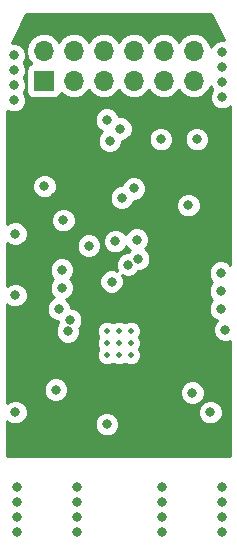
<source format=gbr>
G04 #@! TF.GenerationSoftware,KiCad,Pcbnew,5.0.1*
G04 #@! TF.CreationDate,2019-01-06T19:01:27+01:00*
G04 #@! TF.ProjectId,SX1257_pmod,5358313235375F706D6F642E6B696361,rev?*
G04 #@! TF.SameCoordinates,Original*
G04 #@! TF.FileFunction,Copper,L3,Inr,Signal*
G04 #@! TF.FilePolarity,Positive*
%FSLAX46Y46*%
G04 Gerber Fmt 4.6, Leading zero omitted, Abs format (unit mm)*
G04 Created by KiCad (PCBNEW 5.0.1) date Sun 06 Jan 2019 07:01:27 PM CET*
%MOMM*%
%LPD*%
G01*
G04 APERTURE LIST*
G04 #@! TA.AperFunction,ViaPad*
%ADD10R,1.700000X1.700000*%
G04 #@! TD*
G04 #@! TA.AperFunction,ViaPad*
%ADD11O,1.700000X1.700000*%
G04 #@! TD*
G04 #@! TA.AperFunction,ViaPad*
%ADD12C,0.500000*%
G04 #@! TD*
G04 #@! TA.AperFunction,ViaPad*
%ADD13C,0.800000*%
G04 #@! TD*
G04 #@! TA.AperFunction,Conductor*
%ADD14C,0.254000*%
G04 #@! TD*
G04 APERTURE END LIST*
D10*
G04 #@! TO.N,/PMOD_3V3*
G04 #@! TO.C,J1*
X118110000Y-29210000D03*
D11*
X118110000Y-26670000D03*
G04 #@! TO.N,GND*
X120650000Y-29210000D03*
X120650000Y-26670000D03*
G04 #@! TO.N,/CLK_OUT*
X123190000Y-29210000D03*
G04 #@! TO.N,/PMOD_8*
X123190000Y-26670000D03*
G04 #@! TO.N,/CLK_IN*
X125730000Y-29210000D03*
G04 #@! TO.N,/PMOD_7*
X125730000Y-26670000D03*
G04 #@! TO.N,/I2C_SDA*
X128270000Y-29210000D03*
G04 #@! TO.N,/PMOD_6*
X128270000Y-26670000D03*
G04 #@! TO.N,/I2C_CLK*
X130810000Y-29210000D03*
G04 #@! TO.N,/PMOD_5*
X130810000Y-26670000D03*
G04 #@! TD*
D12*
G04 #@! TO.N,GND*
G04 #@! TO.C,U1*
X125460000Y-52435000D03*
X124460000Y-52435000D03*
X123460000Y-52435000D03*
X125460000Y-51435000D03*
X124460000Y-51435000D03*
X123460000Y-51435000D03*
X125460000Y-50435000D03*
X124460000Y-50435000D03*
X123460000Y-50435000D03*
G04 #@! TD*
D13*
G04 #@! TO.N,GND*
X119761000Y-41021000D03*
X130344547Y-39749810D03*
X115697000Y-47371000D03*
X115697000Y-42164000D03*
X133223000Y-28067000D03*
X133223000Y-29337000D03*
X133223000Y-30607000D03*
X133223000Y-26797000D03*
X115570000Y-27051000D03*
X115570000Y-29591000D03*
X115570000Y-28321000D03*
X115570000Y-30861000D03*
X133477000Y-50292000D03*
X130683000Y-55626000D03*
X123444000Y-58293000D03*
X132207000Y-57277000D03*
X115697000Y-57277000D03*
X133159500Y-67437000D03*
X133159500Y-66167000D03*
X133159500Y-63627000D03*
X133159500Y-64897000D03*
X128079500Y-67437000D03*
X128079500Y-66167000D03*
X128079500Y-64897000D03*
X128079500Y-63627000D03*
X115824000Y-66167000D03*
X115824000Y-63627000D03*
X115824000Y-67437000D03*
X115824000Y-64897000D03*
X119634000Y-46736000D03*
X119126000Y-55372000D03*
X119634000Y-45212000D03*
X133096000Y-48514000D03*
X133096000Y-46990000D03*
X133096000Y-45466000D03*
X124587000Y-33274000D03*
X128016000Y-34163010D03*
X131064000Y-34163000D03*
X120904000Y-66167000D03*
X120904000Y-63627000D03*
X120904000Y-67437000D03*
X120904000Y-64897000D03*
G04 #@! TO.N,/CLK_OUT*
X123698000Y-34289970D03*
X125984000Y-42672000D03*
G04 #@! TO.N,/CLK_IN*
X123444000Y-32512000D03*
X124167978Y-42797268D03*
G04 #@! TO.N,/PMOD_6*
X126106119Y-44280378D03*
G04 #@! TO.N,/PMOD_5*
X125236932Y-44781325D03*
G04 #@! TO.N,/PMOD_7*
X123845972Y-46217219D03*
G04 #@! TO.N,/PMOD_8*
X121920016Y-43180000D03*
G04 #@! TO.N,+3V3*
X133350000Y-39116000D03*
X116967000Y-33274000D03*
X118110000Y-34417000D03*
X119634000Y-34417000D03*
X121158000Y-34417000D03*
X128270000Y-53086000D03*
X121666000Y-54102000D03*
X122428000Y-47751982D03*
X129794000Y-45466000D03*
X129794000Y-46990000D03*
X124587000Y-31750000D03*
X131064000Y-30988000D03*
X128016000Y-30988000D03*
X119062500Y-39052500D03*
G04 #@! TO.N,/SPI_MOSI*
X120137848Y-50439070D03*
X125730000Y-38340190D03*
G04 #@! TO.N,/SPI_MISO*
X120342124Y-49456876D03*
X124714000Y-39116000D03*
G04 #@! TO.N,/SPI_SCK*
X119380000Y-48514000D03*
X118165744Y-38149514D03*
G04 #@! TD*
D14*
G04 #@! TO.N,+3V3*
G36*
X133372196Y-25762000D02*
X133017126Y-25762000D01*
X132636720Y-25919569D01*
X132345569Y-26210720D01*
X132269342Y-26394750D01*
X132208839Y-26090582D01*
X131880625Y-25599375D01*
X131389418Y-25271161D01*
X130956256Y-25185000D01*
X130663744Y-25185000D01*
X130230582Y-25271161D01*
X129739375Y-25599375D01*
X129540000Y-25897761D01*
X129340625Y-25599375D01*
X128849418Y-25271161D01*
X128416256Y-25185000D01*
X128123744Y-25185000D01*
X127690582Y-25271161D01*
X127199375Y-25599375D01*
X127000000Y-25897761D01*
X126800625Y-25599375D01*
X126309418Y-25271161D01*
X125876256Y-25185000D01*
X125583744Y-25185000D01*
X125150582Y-25271161D01*
X124659375Y-25599375D01*
X124460000Y-25897761D01*
X124260625Y-25599375D01*
X123769418Y-25271161D01*
X123336256Y-25185000D01*
X123043744Y-25185000D01*
X122610582Y-25271161D01*
X122119375Y-25599375D01*
X121920000Y-25897761D01*
X121720625Y-25599375D01*
X121229418Y-25271161D01*
X120796256Y-25185000D01*
X120503744Y-25185000D01*
X120070582Y-25271161D01*
X119579375Y-25599375D01*
X119380000Y-25897761D01*
X119180625Y-25599375D01*
X118689418Y-25271161D01*
X118256256Y-25185000D01*
X117963744Y-25185000D01*
X117530582Y-25271161D01*
X117039375Y-25599375D01*
X116711161Y-26090582D01*
X116595908Y-26670000D01*
X116711161Y-27249418D01*
X117039375Y-27740625D01*
X117057619Y-27752816D01*
X117012235Y-27761843D01*
X116802191Y-27902191D01*
X116661843Y-28112235D01*
X116612560Y-28360000D01*
X116612560Y-30060000D01*
X116661843Y-30307765D01*
X116802191Y-30517809D01*
X117012235Y-30658157D01*
X117260000Y-30707440D01*
X118960000Y-30707440D01*
X119207765Y-30658157D01*
X119417809Y-30517809D01*
X119558157Y-30307765D01*
X119567184Y-30262381D01*
X119579375Y-30280625D01*
X120070582Y-30608839D01*
X120503744Y-30695000D01*
X120796256Y-30695000D01*
X121229418Y-30608839D01*
X121720625Y-30280625D01*
X121920000Y-29982239D01*
X122119375Y-30280625D01*
X122610582Y-30608839D01*
X123043744Y-30695000D01*
X123336256Y-30695000D01*
X123769418Y-30608839D01*
X124260625Y-30280625D01*
X124460000Y-29982239D01*
X124659375Y-30280625D01*
X125150582Y-30608839D01*
X125583744Y-30695000D01*
X125876256Y-30695000D01*
X126309418Y-30608839D01*
X126800625Y-30280625D01*
X127000000Y-29982239D01*
X127199375Y-30280625D01*
X127690582Y-30608839D01*
X128123744Y-30695000D01*
X128416256Y-30695000D01*
X128849418Y-30608839D01*
X129340625Y-30280625D01*
X129540000Y-29982239D01*
X129739375Y-30280625D01*
X130230582Y-30608839D01*
X130663744Y-30695000D01*
X130956256Y-30695000D01*
X131389418Y-30608839D01*
X131880625Y-30280625D01*
X132208839Y-29789418D01*
X132235209Y-29656847D01*
X132345569Y-29923280D01*
X132394289Y-29972000D01*
X132345569Y-30020720D01*
X132188000Y-30401126D01*
X132188000Y-30812874D01*
X132345569Y-31193280D01*
X132636720Y-31484431D01*
X133017126Y-31642000D01*
X133428874Y-31642000D01*
X133809280Y-31484431D01*
X133910001Y-31383710D01*
X133910001Y-44816290D01*
X133682280Y-44588569D01*
X133301874Y-44431000D01*
X132890126Y-44431000D01*
X132509720Y-44588569D01*
X132218569Y-44879720D01*
X132061000Y-45260126D01*
X132061000Y-45671874D01*
X132218569Y-46052280D01*
X132394289Y-46228000D01*
X132218569Y-46403720D01*
X132061000Y-46784126D01*
X132061000Y-47195874D01*
X132218569Y-47576280D01*
X132394289Y-47752000D01*
X132218569Y-47927720D01*
X132061000Y-48308126D01*
X132061000Y-48719874D01*
X132218569Y-49100280D01*
X132509720Y-49391431D01*
X132795489Y-49509800D01*
X132599569Y-49705720D01*
X132442000Y-50086126D01*
X132442000Y-50497874D01*
X132599569Y-50878280D01*
X132890720Y-51169431D01*
X133271126Y-51327000D01*
X133682874Y-51327000D01*
X133910000Y-51232921D01*
X133910000Y-60960000D01*
X115010000Y-60960000D01*
X115010000Y-58053711D01*
X115110720Y-58154431D01*
X115491126Y-58312000D01*
X115902874Y-58312000D01*
X116283280Y-58154431D01*
X116350585Y-58087126D01*
X122409000Y-58087126D01*
X122409000Y-58498874D01*
X122566569Y-58879280D01*
X122857720Y-59170431D01*
X123238126Y-59328000D01*
X123649874Y-59328000D01*
X124030280Y-59170431D01*
X124321431Y-58879280D01*
X124479000Y-58498874D01*
X124479000Y-58087126D01*
X124321431Y-57706720D01*
X124030280Y-57415569D01*
X123649874Y-57258000D01*
X123238126Y-57258000D01*
X122857720Y-57415569D01*
X122566569Y-57706720D01*
X122409000Y-58087126D01*
X116350585Y-58087126D01*
X116574431Y-57863280D01*
X116732000Y-57482874D01*
X116732000Y-57071126D01*
X131172000Y-57071126D01*
X131172000Y-57482874D01*
X131329569Y-57863280D01*
X131620720Y-58154431D01*
X132001126Y-58312000D01*
X132412874Y-58312000D01*
X132793280Y-58154431D01*
X133084431Y-57863280D01*
X133242000Y-57482874D01*
X133242000Y-57071126D01*
X133084431Y-56690720D01*
X132793280Y-56399569D01*
X132412874Y-56242000D01*
X132001126Y-56242000D01*
X131620720Y-56399569D01*
X131329569Y-56690720D01*
X131172000Y-57071126D01*
X116732000Y-57071126D01*
X116574431Y-56690720D01*
X116283280Y-56399569D01*
X115902874Y-56242000D01*
X115491126Y-56242000D01*
X115110720Y-56399569D01*
X115010000Y-56500289D01*
X115010000Y-55166126D01*
X118091000Y-55166126D01*
X118091000Y-55577874D01*
X118248569Y-55958280D01*
X118539720Y-56249431D01*
X118920126Y-56407000D01*
X119331874Y-56407000D01*
X119712280Y-56249431D01*
X120003431Y-55958280D01*
X120161000Y-55577874D01*
X120161000Y-55420126D01*
X129648000Y-55420126D01*
X129648000Y-55831874D01*
X129805569Y-56212280D01*
X130096720Y-56503431D01*
X130477126Y-56661000D01*
X130888874Y-56661000D01*
X131269280Y-56503431D01*
X131560431Y-56212280D01*
X131718000Y-55831874D01*
X131718000Y-55420126D01*
X131560431Y-55039720D01*
X131269280Y-54748569D01*
X130888874Y-54591000D01*
X130477126Y-54591000D01*
X130096720Y-54748569D01*
X129805569Y-55039720D01*
X129648000Y-55420126D01*
X120161000Y-55420126D01*
X120161000Y-55166126D01*
X120003431Y-54785720D01*
X119712280Y-54494569D01*
X119331874Y-54337000D01*
X118920126Y-54337000D01*
X118539720Y-54494569D01*
X118248569Y-54785720D01*
X118091000Y-55166126D01*
X115010000Y-55166126D01*
X115010000Y-48147711D01*
X115110720Y-48248431D01*
X115491126Y-48406000D01*
X115902874Y-48406000D01*
X116139163Y-48308126D01*
X118345000Y-48308126D01*
X118345000Y-48719874D01*
X118502569Y-49100280D01*
X118793720Y-49391431D01*
X119174126Y-49549000D01*
X119307124Y-49549000D01*
X119307124Y-49662750D01*
X119349105Y-49764102D01*
X119260417Y-49852790D01*
X119102848Y-50233196D01*
X119102848Y-50644944D01*
X119260417Y-51025350D01*
X119551568Y-51316501D01*
X119931974Y-51474070D01*
X120343722Y-51474070D01*
X120724128Y-51316501D01*
X121015279Y-51025350D01*
X121172848Y-50644944D01*
X121172848Y-50258963D01*
X122575000Y-50258963D01*
X122575000Y-50611037D01*
X122709190Y-50935000D01*
X122575000Y-51258963D01*
X122575000Y-51611037D01*
X122709190Y-51935000D01*
X122575000Y-52258963D01*
X122575000Y-52611037D01*
X122709733Y-52936312D01*
X122958688Y-53185267D01*
X123283963Y-53320000D01*
X123636037Y-53320000D01*
X123960000Y-53185810D01*
X124283963Y-53320000D01*
X124636037Y-53320000D01*
X124960000Y-53185810D01*
X125283963Y-53320000D01*
X125636037Y-53320000D01*
X125961312Y-53185267D01*
X126210267Y-52936312D01*
X126345000Y-52611037D01*
X126345000Y-52258963D01*
X126210810Y-51935000D01*
X126345000Y-51611037D01*
X126345000Y-51258963D01*
X126210810Y-50935000D01*
X126345000Y-50611037D01*
X126345000Y-50258963D01*
X126210267Y-49933688D01*
X125961312Y-49684733D01*
X125636037Y-49550000D01*
X125283963Y-49550000D01*
X124960000Y-49684190D01*
X124636037Y-49550000D01*
X124283963Y-49550000D01*
X123960000Y-49684190D01*
X123636037Y-49550000D01*
X123283963Y-49550000D01*
X122958688Y-49684733D01*
X122709733Y-49933688D01*
X122575000Y-50258963D01*
X121172848Y-50258963D01*
X121172848Y-50233196D01*
X121130867Y-50131844D01*
X121219555Y-50043156D01*
X121377124Y-49662750D01*
X121377124Y-49251002D01*
X121219555Y-48870596D01*
X120928404Y-48579445D01*
X120547998Y-48421876D01*
X120415000Y-48421876D01*
X120415000Y-48308126D01*
X120257431Y-47927720D01*
X120024314Y-47694603D01*
X120220280Y-47613431D01*
X120511431Y-47322280D01*
X120669000Y-46941874D01*
X120669000Y-46530126D01*
X120511431Y-46149720D01*
X120373056Y-46011345D01*
X122810972Y-46011345D01*
X122810972Y-46423093D01*
X122968541Y-46803499D01*
X123259692Y-47094650D01*
X123640098Y-47252219D01*
X124051846Y-47252219D01*
X124432252Y-47094650D01*
X124723403Y-46803499D01*
X124880972Y-46423093D01*
X124880972Y-46011345D01*
X124752379Y-45700892D01*
X125031058Y-45816325D01*
X125442806Y-45816325D01*
X125823212Y-45658756D01*
X126114363Y-45367605D01*
X126135996Y-45315378D01*
X126311993Y-45315378D01*
X126692399Y-45157809D01*
X126983550Y-44866658D01*
X127141119Y-44486252D01*
X127141119Y-44074504D01*
X126983550Y-43694098D01*
X126704582Y-43415130D01*
X126861431Y-43258280D01*
X127019000Y-42877874D01*
X127019000Y-42466126D01*
X126861431Y-42085720D01*
X126570280Y-41794569D01*
X126189874Y-41637000D01*
X125778126Y-41637000D01*
X125397720Y-41794569D01*
X125106569Y-42085720D01*
X125050045Y-42222181D01*
X125045409Y-42210988D01*
X124754258Y-41919837D01*
X124373852Y-41762268D01*
X123962104Y-41762268D01*
X123581698Y-41919837D01*
X123290547Y-42210988D01*
X123132978Y-42591394D01*
X123132978Y-43003142D01*
X123290547Y-43383548D01*
X123581698Y-43674699D01*
X123962104Y-43832268D01*
X124373852Y-43832268D01*
X124754258Y-43674699D01*
X125045409Y-43383548D01*
X125101933Y-43247087D01*
X125106569Y-43258280D01*
X125385538Y-43537249D01*
X125228688Y-43694098D01*
X125207055Y-43746325D01*
X125031058Y-43746325D01*
X124650652Y-43903894D01*
X124359501Y-44195045D01*
X124201932Y-44575451D01*
X124201932Y-44987199D01*
X124330525Y-45297652D01*
X124051846Y-45182219D01*
X123640098Y-45182219D01*
X123259692Y-45339788D01*
X122968541Y-45630939D01*
X122810972Y-46011345D01*
X120373056Y-46011345D01*
X120335711Y-45974000D01*
X120511431Y-45798280D01*
X120669000Y-45417874D01*
X120669000Y-45006126D01*
X120511431Y-44625720D01*
X120220280Y-44334569D01*
X119839874Y-44177000D01*
X119428126Y-44177000D01*
X119047720Y-44334569D01*
X118756569Y-44625720D01*
X118599000Y-45006126D01*
X118599000Y-45417874D01*
X118756569Y-45798280D01*
X118932289Y-45974000D01*
X118756569Y-46149720D01*
X118599000Y-46530126D01*
X118599000Y-46941874D01*
X118756569Y-47322280D01*
X118989686Y-47555397D01*
X118793720Y-47636569D01*
X118502569Y-47927720D01*
X118345000Y-48308126D01*
X116139163Y-48308126D01*
X116283280Y-48248431D01*
X116574431Y-47957280D01*
X116732000Y-47576874D01*
X116732000Y-47165126D01*
X116574431Y-46784720D01*
X116283280Y-46493569D01*
X115902874Y-46336000D01*
X115491126Y-46336000D01*
X115110720Y-46493569D01*
X115010000Y-46594289D01*
X115010000Y-42940711D01*
X115110720Y-43041431D01*
X115491126Y-43199000D01*
X115902874Y-43199000D01*
X116283280Y-43041431D01*
X116350585Y-42974126D01*
X120885016Y-42974126D01*
X120885016Y-43385874D01*
X121042585Y-43766280D01*
X121333736Y-44057431D01*
X121714142Y-44215000D01*
X122125890Y-44215000D01*
X122506296Y-44057431D01*
X122797447Y-43766280D01*
X122955016Y-43385874D01*
X122955016Y-42974126D01*
X122797447Y-42593720D01*
X122506296Y-42302569D01*
X122125890Y-42145000D01*
X121714142Y-42145000D01*
X121333736Y-42302569D01*
X121042585Y-42593720D01*
X120885016Y-42974126D01*
X116350585Y-42974126D01*
X116574431Y-42750280D01*
X116732000Y-42369874D01*
X116732000Y-41958126D01*
X116574431Y-41577720D01*
X116283280Y-41286569D01*
X115902874Y-41129000D01*
X115491126Y-41129000D01*
X115110720Y-41286569D01*
X115010000Y-41387289D01*
X115010000Y-40815126D01*
X118726000Y-40815126D01*
X118726000Y-41226874D01*
X118883569Y-41607280D01*
X119174720Y-41898431D01*
X119555126Y-42056000D01*
X119966874Y-42056000D01*
X120347280Y-41898431D01*
X120638431Y-41607280D01*
X120796000Y-41226874D01*
X120796000Y-40815126D01*
X120638431Y-40434720D01*
X120347280Y-40143569D01*
X119966874Y-39986000D01*
X119555126Y-39986000D01*
X119174720Y-40143569D01*
X118883569Y-40434720D01*
X118726000Y-40815126D01*
X115010000Y-40815126D01*
X115010000Y-37943640D01*
X117130744Y-37943640D01*
X117130744Y-38355388D01*
X117288313Y-38735794D01*
X117579464Y-39026945D01*
X117959870Y-39184514D01*
X118371618Y-39184514D01*
X118752024Y-39026945D01*
X118868843Y-38910126D01*
X123679000Y-38910126D01*
X123679000Y-39321874D01*
X123836569Y-39702280D01*
X124127720Y-39993431D01*
X124508126Y-40151000D01*
X124919874Y-40151000D01*
X125300280Y-39993431D01*
X125591431Y-39702280D01*
X125657019Y-39543936D01*
X129309547Y-39543936D01*
X129309547Y-39955684D01*
X129467116Y-40336090D01*
X129758267Y-40627241D01*
X130138673Y-40784810D01*
X130550421Y-40784810D01*
X130930827Y-40627241D01*
X131221978Y-40336090D01*
X131379547Y-39955684D01*
X131379547Y-39543936D01*
X131221978Y-39163530D01*
X130930827Y-38872379D01*
X130550421Y-38714810D01*
X130138673Y-38714810D01*
X129758267Y-38872379D01*
X129467116Y-39163530D01*
X129309547Y-39543936D01*
X125657019Y-39543936D01*
X125726916Y-39375190D01*
X125935874Y-39375190D01*
X126316280Y-39217621D01*
X126607431Y-38926470D01*
X126765000Y-38546064D01*
X126765000Y-38134316D01*
X126607431Y-37753910D01*
X126316280Y-37462759D01*
X125935874Y-37305190D01*
X125524126Y-37305190D01*
X125143720Y-37462759D01*
X124852569Y-37753910D01*
X124717084Y-38081000D01*
X124508126Y-38081000D01*
X124127720Y-38238569D01*
X123836569Y-38529720D01*
X123679000Y-38910126D01*
X118868843Y-38910126D01*
X119043175Y-38735794D01*
X119200744Y-38355388D01*
X119200744Y-37943640D01*
X119043175Y-37563234D01*
X118752024Y-37272083D01*
X118371618Y-37114514D01*
X117959870Y-37114514D01*
X117579464Y-37272083D01*
X117288313Y-37563234D01*
X117130744Y-37943640D01*
X115010000Y-37943640D01*
X115010000Y-32306126D01*
X122409000Y-32306126D01*
X122409000Y-32717874D01*
X122566569Y-33098280D01*
X122857720Y-33389431D01*
X123053665Y-33470594D01*
X122820569Y-33703690D01*
X122663000Y-34084096D01*
X122663000Y-34495844D01*
X122820569Y-34876250D01*
X123111720Y-35167401D01*
X123492126Y-35324970D01*
X123903874Y-35324970D01*
X124284280Y-35167401D01*
X124575431Y-34876250D01*
X124733000Y-34495844D01*
X124733000Y-34309000D01*
X124792874Y-34309000D01*
X125173280Y-34151431D01*
X125367575Y-33957136D01*
X126981000Y-33957136D01*
X126981000Y-34368884D01*
X127138569Y-34749290D01*
X127429720Y-35040441D01*
X127810126Y-35198010D01*
X128221874Y-35198010D01*
X128602280Y-35040441D01*
X128893431Y-34749290D01*
X129051000Y-34368884D01*
X129051000Y-33957136D01*
X129050996Y-33957126D01*
X130029000Y-33957126D01*
X130029000Y-34368874D01*
X130186569Y-34749280D01*
X130477720Y-35040431D01*
X130858126Y-35198000D01*
X131269874Y-35198000D01*
X131650280Y-35040431D01*
X131941431Y-34749280D01*
X132099000Y-34368874D01*
X132099000Y-33957126D01*
X131941431Y-33576720D01*
X131650280Y-33285569D01*
X131269874Y-33128000D01*
X130858126Y-33128000D01*
X130477720Y-33285569D01*
X130186569Y-33576720D01*
X130029000Y-33957126D01*
X129050996Y-33957126D01*
X128893431Y-33576730D01*
X128602280Y-33285579D01*
X128221874Y-33128010D01*
X127810126Y-33128010D01*
X127429720Y-33285579D01*
X127138569Y-33576730D01*
X126981000Y-33957136D01*
X125367575Y-33957136D01*
X125464431Y-33860280D01*
X125622000Y-33479874D01*
X125622000Y-33068126D01*
X125464431Y-32687720D01*
X125173280Y-32396569D01*
X124792874Y-32239000D01*
X124451196Y-32239000D01*
X124321431Y-31925720D01*
X124030280Y-31634569D01*
X123649874Y-31477000D01*
X123238126Y-31477000D01*
X122857720Y-31634569D01*
X122566569Y-31925720D01*
X122409000Y-32306126D01*
X115010000Y-32306126D01*
X115010000Y-31749317D01*
X115364126Y-31896000D01*
X115775874Y-31896000D01*
X116156280Y-31738431D01*
X116447431Y-31447280D01*
X116605000Y-31066874D01*
X116605000Y-30655126D01*
X116447431Y-30274720D01*
X116398711Y-30226000D01*
X116447431Y-30177280D01*
X116605000Y-29796874D01*
X116605000Y-29385126D01*
X116447431Y-29004720D01*
X116398711Y-28956000D01*
X116447431Y-28907280D01*
X116605000Y-28526874D01*
X116605000Y-28115126D01*
X116447431Y-27734720D01*
X116398711Y-27686000D01*
X116447431Y-27637280D01*
X116605000Y-27256874D01*
X116605000Y-26845126D01*
X116447431Y-26464720D01*
X116156280Y-26173569D01*
X115775874Y-26016000D01*
X115420804Y-26016000D01*
X116643804Y-23570000D01*
X132276196Y-23570000D01*
X133372196Y-25762000D01*
X133372196Y-25762000D01*
G37*
X133372196Y-25762000D02*
X133017126Y-25762000D01*
X132636720Y-25919569D01*
X132345569Y-26210720D01*
X132269342Y-26394750D01*
X132208839Y-26090582D01*
X131880625Y-25599375D01*
X131389418Y-25271161D01*
X130956256Y-25185000D01*
X130663744Y-25185000D01*
X130230582Y-25271161D01*
X129739375Y-25599375D01*
X129540000Y-25897761D01*
X129340625Y-25599375D01*
X128849418Y-25271161D01*
X128416256Y-25185000D01*
X128123744Y-25185000D01*
X127690582Y-25271161D01*
X127199375Y-25599375D01*
X127000000Y-25897761D01*
X126800625Y-25599375D01*
X126309418Y-25271161D01*
X125876256Y-25185000D01*
X125583744Y-25185000D01*
X125150582Y-25271161D01*
X124659375Y-25599375D01*
X124460000Y-25897761D01*
X124260625Y-25599375D01*
X123769418Y-25271161D01*
X123336256Y-25185000D01*
X123043744Y-25185000D01*
X122610582Y-25271161D01*
X122119375Y-25599375D01*
X121920000Y-25897761D01*
X121720625Y-25599375D01*
X121229418Y-25271161D01*
X120796256Y-25185000D01*
X120503744Y-25185000D01*
X120070582Y-25271161D01*
X119579375Y-25599375D01*
X119380000Y-25897761D01*
X119180625Y-25599375D01*
X118689418Y-25271161D01*
X118256256Y-25185000D01*
X117963744Y-25185000D01*
X117530582Y-25271161D01*
X117039375Y-25599375D01*
X116711161Y-26090582D01*
X116595908Y-26670000D01*
X116711161Y-27249418D01*
X117039375Y-27740625D01*
X117057619Y-27752816D01*
X117012235Y-27761843D01*
X116802191Y-27902191D01*
X116661843Y-28112235D01*
X116612560Y-28360000D01*
X116612560Y-30060000D01*
X116661843Y-30307765D01*
X116802191Y-30517809D01*
X117012235Y-30658157D01*
X117260000Y-30707440D01*
X118960000Y-30707440D01*
X119207765Y-30658157D01*
X119417809Y-30517809D01*
X119558157Y-30307765D01*
X119567184Y-30262381D01*
X119579375Y-30280625D01*
X120070582Y-30608839D01*
X120503744Y-30695000D01*
X120796256Y-30695000D01*
X121229418Y-30608839D01*
X121720625Y-30280625D01*
X121920000Y-29982239D01*
X122119375Y-30280625D01*
X122610582Y-30608839D01*
X123043744Y-30695000D01*
X123336256Y-30695000D01*
X123769418Y-30608839D01*
X124260625Y-30280625D01*
X124460000Y-29982239D01*
X124659375Y-30280625D01*
X125150582Y-30608839D01*
X125583744Y-30695000D01*
X125876256Y-30695000D01*
X126309418Y-30608839D01*
X126800625Y-30280625D01*
X127000000Y-29982239D01*
X127199375Y-30280625D01*
X127690582Y-30608839D01*
X128123744Y-30695000D01*
X128416256Y-30695000D01*
X128849418Y-30608839D01*
X129340625Y-30280625D01*
X129540000Y-29982239D01*
X129739375Y-30280625D01*
X130230582Y-30608839D01*
X130663744Y-30695000D01*
X130956256Y-30695000D01*
X131389418Y-30608839D01*
X131880625Y-30280625D01*
X132208839Y-29789418D01*
X132235209Y-29656847D01*
X132345569Y-29923280D01*
X132394289Y-29972000D01*
X132345569Y-30020720D01*
X132188000Y-30401126D01*
X132188000Y-30812874D01*
X132345569Y-31193280D01*
X132636720Y-31484431D01*
X133017126Y-31642000D01*
X133428874Y-31642000D01*
X133809280Y-31484431D01*
X133910001Y-31383710D01*
X133910001Y-44816290D01*
X133682280Y-44588569D01*
X133301874Y-44431000D01*
X132890126Y-44431000D01*
X132509720Y-44588569D01*
X132218569Y-44879720D01*
X132061000Y-45260126D01*
X132061000Y-45671874D01*
X132218569Y-46052280D01*
X132394289Y-46228000D01*
X132218569Y-46403720D01*
X132061000Y-46784126D01*
X132061000Y-47195874D01*
X132218569Y-47576280D01*
X132394289Y-47752000D01*
X132218569Y-47927720D01*
X132061000Y-48308126D01*
X132061000Y-48719874D01*
X132218569Y-49100280D01*
X132509720Y-49391431D01*
X132795489Y-49509800D01*
X132599569Y-49705720D01*
X132442000Y-50086126D01*
X132442000Y-50497874D01*
X132599569Y-50878280D01*
X132890720Y-51169431D01*
X133271126Y-51327000D01*
X133682874Y-51327000D01*
X133910000Y-51232921D01*
X133910000Y-60960000D01*
X115010000Y-60960000D01*
X115010000Y-58053711D01*
X115110720Y-58154431D01*
X115491126Y-58312000D01*
X115902874Y-58312000D01*
X116283280Y-58154431D01*
X116350585Y-58087126D01*
X122409000Y-58087126D01*
X122409000Y-58498874D01*
X122566569Y-58879280D01*
X122857720Y-59170431D01*
X123238126Y-59328000D01*
X123649874Y-59328000D01*
X124030280Y-59170431D01*
X124321431Y-58879280D01*
X124479000Y-58498874D01*
X124479000Y-58087126D01*
X124321431Y-57706720D01*
X124030280Y-57415569D01*
X123649874Y-57258000D01*
X123238126Y-57258000D01*
X122857720Y-57415569D01*
X122566569Y-57706720D01*
X122409000Y-58087126D01*
X116350585Y-58087126D01*
X116574431Y-57863280D01*
X116732000Y-57482874D01*
X116732000Y-57071126D01*
X131172000Y-57071126D01*
X131172000Y-57482874D01*
X131329569Y-57863280D01*
X131620720Y-58154431D01*
X132001126Y-58312000D01*
X132412874Y-58312000D01*
X132793280Y-58154431D01*
X133084431Y-57863280D01*
X133242000Y-57482874D01*
X133242000Y-57071126D01*
X133084431Y-56690720D01*
X132793280Y-56399569D01*
X132412874Y-56242000D01*
X132001126Y-56242000D01*
X131620720Y-56399569D01*
X131329569Y-56690720D01*
X131172000Y-57071126D01*
X116732000Y-57071126D01*
X116574431Y-56690720D01*
X116283280Y-56399569D01*
X115902874Y-56242000D01*
X115491126Y-56242000D01*
X115110720Y-56399569D01*
X115010000Y-56500289D01*
X115010000Y-55166126D01*
X118091000Y-55166126D01*
X118091000Y-55577874D01*
X118248569Y-55958280D01*
X118539720Y-56249431D01*
X118920126Y-56407000D01*
X119331874Y-56407000D01*
X119712280Y-56249431D01*
X120003431Y-55958280D01*
X120161000Y-55577874D01*
X120161000Y-55420126D01*
X129648000Y-55420126D01*
X129648000Y-55831874D01*
X129805569Y-56212280D01*
X130096720Y-56503431D01*
X130477126Y-56661000D01*
X130888874Y-56661000D01*
X131269280Y-56503431D01*
X131560431Y-56212280D01*
X131718000Y-55831874D01*
X131718000Y-55420126D01*
X131560431Y-55039720D01*
X131269280Y-54748569D01*
X130888874Y-54591000D01*
X130477126Y-54591000D01*
X130096720Y-54748569D01*
X129805569Y-55039720D01*
X129648000Y-55420126D01*
X120161000Y-55420126D01*
X120161000Y-55166126D01*
X120003431Y-54785720D01*
X119712280Y-54494569D01*
X119331874Y-54337000D01*
X118920126Y-54337000D01*
X118539720Y-54494569D01*
X118248569Y-54785720D01*
X118091000Y-55166126D01*
X115010000Y-55166126D01*
X115010000Y-48147711D01*
X115110720Y-48248431D01*
X115491126Y-48406000D01*
X115902874Y-48406000D01*
X116139163Y-48308126D01*
X118345000Y-48308126D01*
X118345000Y-48719874D01*
X118502569Y-49100280D01*
X118793720Y-49391431D01*
X119174126Y-49549000D01*
X119307124Y-49549000D01*
X119307124Y-49662750D01*
X119349105Y-49764102D01*
X119260417Y-49852790D01*
X119102848Y-50233196D01*
X119102848Y-50644944D01*
X119260417Y-51025350D01*
X119551568Y-51316501D01*
X119931974Y-51474070D01*
X120343722Y-51474070D01*
X120724128Y-51316501D01*
X121015279Y-51025350D01*
X121172848Y-50644944D01*
X121172848Y-50258963D01*
X122575000Y-50258963D01*
X122575000Y-50611037D01*
X122709190Y-50935000D01*
X122575000Y-51258963D01*
X122575000Y-51611037D01*
X122709190Y-51935000D01*
X122575000Y-52258963D01*
X122575000Y-52611037D01*
X122709733Y-52936312D01*
X122958688Y-53185267D01*
X123283963Y-53320000D01*
X123636037Y-53320000D01*
X123960000Y-53185810D01*
X124283963Y-53320000D01*
X124636037Y-53320000D01*
X124960000Y-53185810D01*
X125283963Y-53320000D01*
X125636037Y-53320000D01*
X125961312Y-53185267D01*
X126210267Y-52936312D01*
X126345000Y-52611037D01*
X126345000Y-52258963D01*
X126210810Y-51935000D01*
X126345000Y-51611037D01*
X126345000Y-51258963D01*
X126210810Y-50935000D01*
X126345000Y-50611037D01*
X126345000Y-50258963D01*
X126210267Y-49933688D01*
X125961312Y-49684733D01*
X125636037Y-49550000D01*
X125283963Y-49550000D01*
X124960000Y-49684190D01*
X124636037Y-49550000D01*
X124283963Y-49550000D01*
X123960000Y-49684190D01*
X123636037Y-49550000D01*
X123283963Y-49550000D01*
X122958688Y-49684733D01*
X122709733Y-49933688D01*
X122575000Y-50258963D01*
X121172848Y-50258963D01*
X121172848Y-50233196D01*
X121130867Y-50131844D01*
X121219555Y-50043156D01*
X121377124Y-49662750D01*
X121377124Y-49251002D01*
X121219555Y-48870596D01*
X120928404Y-48579445D01*
X120547998Y-48421876D01*
X120415000Y-48421876D01*
X120415000Y-48308126D01*
X120257431Y-47927720D01*
X120024314Y-47694603D01*
X120220280Y-47613431D01*
X120511431Y-47322280D01*
X120669000Y-46941874D01*
X120669000Y-46530126D01*
X120511431Y-46149720D01*
X120373056Y-46011345D01*
X122810972Y-46011345D01*
X122810972Y-46423093D01*
X122968541Y-46803499D01*
X123259692Y-47094650D01*
X123640098Y-47252219D01*
X124051846Y-47252219D01*
X124432252Y-47094650D01*
X124723403Y-46803499D01*
X124880972Y-46423093D01*
X124880972Y-46011345D01*
X124752379Y-45700892D01*
X125031058Y-45816325D01*
X125442806Y-45816325D01*
X125823212Y-45658756D01*
X126114363Y-45367605D01*
X126135996Y-45315378D01*
X126311993Y-45315378D01*
X126692399Y-45157809D01*
X126983550Y-44866658D01*
X127141119Y-44486252D01*
X127141119Y-44074504D01*
X126983550Y-43694098D01*
X126704582Y-43415130D01*
X126861431Y-43258280D01*
X127019000Y-42877874D01*
X127019000Y-42466126D01*
X126861431Y-42085720D01*
X126570280Y-41794569D01*
X126189874Y-41637000D01*
X125778126Y-41637000D01*
X125397720Y-41794569D01*
X125106569Y-42085720D01*
X125050045Y-42222181D01*
X125045409Y-42210988D01*
X124754258Y-41919837D01*
X124373852Y-41762268D01*
X123962104Y-41762268D01*
X123581698Y-41919837D01*
X123290547Y-42210988D01*
X123132978Y-42591394D01*
X123132978Y-43003142D01*
X123290547Y-43383548D01*
X123581698Y-43674699D01*
X123962104Y-43832268D01*
X124373852Y-43832268D01*
X124754258Y-43674699D01*
X125045409Y-43383548D01*
X125101933Y-43247087D01*
X125106569Y-43258280D01*
X125385538Y-43537249D01*
X125228688Y-43694098D01*
X125207055Y-43746325D01*
X125031058Y-43746325D01*
X124650652Y-43903894D01*
X124359501Y-44195045D01*
X124201932Y-44575451D01*
X124201932Y-44987199D01*
X124330525Y-45297652D01*
X124051846Y-45182219D01*
X123640098Y-45182219D01*
X123259692Y-45339788D01*
X122968541Y-45630939D01*
X122810972Y-46011345D01*
X120373056Y-46011345D01*
X120335711Y-45974000D01*
X120511431Y-45798280D01*
X120669000Y-45417874D01*
X120669000Y-45006126D01*
X120511431Y-44625720D01*
X120220280Y-44334569D01*
X119839874Y-44177000D01*
X119428126Y-44177000D01*
X119047720Y-44334569D01*
X118756569Y-44625720D01*
X118599000Y-45006126D01*
X118599000Y-45417874D01*
X118756569Y-45798280D01*
X118932289Y-45974000D01*
X118756569Y-46149720D01*
X118599000Y-46530126D01*
X118599000Y-46941874D01*
X118756569Y-47322280D01*
X118989686Y-47555397D01*
X118793720Y-47636569D01*
X118502569Y-47927720D01*
X118345000Y-48308126D01*
X116139163Y-48308126D01*
X116283280Y-48248431D01*
X116574431Y-47957280D01*
X116732000Y-47576874D01*
X116732000Y-47165126D01*
X116574431Y-46784720D01*
X116283280Y-46493569D01*
X115902874Y-46336000D01*
X115491126Y-46336000D01*
X115110720Y-46493569D01*
X115010000Y-46594289D01*
X115010000Y-42940711D01*
X115110720Y-43041431D01*
X115491126Y-43199000D01*
X115902874Y-43199000D01*
X116283280Y-43041431D01*
X116350585Y-42974126D01*
X120885016Y-42974126D01*
X120885016Y-43385874D01*
X121042585Y-43766280D01*
X121333736Y-44057431D01*
X121714142Y-44215000D01*
X122125890Y-44215000D01*
X122506296Y-44057431D01*
X122797447Y-43766280D01*
X122955016Y-43385874D01*
X122955016Y-42974126D01*
X122797447Y-42593720D01*
X122506296Y-42302569D01*
X122125890Y-42145000D01*
X121714142Y-42145000D01*
X121333736Y-42302569D01*
X121042585Y-42593720D01*
X120885016Y-42974126D01*
X116350585Y-42974126D01*
X116574431Y-42750280D01*
X116732000Y-42369874D01*
X116732000Y-41958126D01*
X116574431Y-41577720D01*
X116283280Y-41286569D01*
X115902874Y-41129000D01*
X115491126Y-41129000D01*
X115110720Y-41286569D01*
X115010000Y-41387289D01*
X115010000Y-40815126D01*
X118726000Y-40815126D01*
X118726000Y-41226874D01*
X118883569Y-41607280D01*
X119174720Y-41898431D01*
X119555126Y-42056000D01*
X119966874Y-42056000D01*
X120347280Y-41898431D01*
X120638431Y-41607280D01*
X120796000Y-41226874D01*
X120796000Y-40815126D01*
X120638431Y-40434720D01*
X120347280Y-40143569D01*
X119966874Y-39986000D01*
X119555126Y-39986000D01*
X119174720Y-40143569D01*
X118883569Y-40434720D01*
X118726000Y-40815126D01*
X115010000Y-40815126D01*
X115010000Y-37943640D01*
X117130744Y-37943640D01*
X117130744Y-38355388D01*
X117288313Y-38735794D01*
X117579464Y-39026945D01*
X117959870Y-39184514D01*
X118371618Y-39184514D01*
X118752024Y-39026945D01*
X118868843Y-38910126D01*
X123679000Y-38910126D01*
X123679000Y-39321874D01*
X123836569Y-39702280D01*
X124127720Y-39993431D01*
X124508126Y-40151000D01*
X124919874Y-40151000D01*
X125300280Y-39993431D01*
X125591431Y-39702280D01*
X125657019Y-39543936D01*
X129309547Y-39543936D01*
X129309547Y-39955684D01*
X129467116Y-40336090D01*
X129758267Y-40627241D01*
X130138673Y-40784810D01*
X130550421Y-40784810D01*
X130930827Y-40627241D01*
X131221978Y-40336090D01*
X131379547Y-39955684D01*
X131379547Y-39543936D01*
X131221978Y-39163530D01*
X130930827Y-38872379D01*
X130550421Y-38714810D01*
X130138673Y-38714810D01*
X129758267Y-38872379D01*
X129467116Y-39163530D01*
X129309547Y-39543936D01*
X125657019Y-39543936D01*
X125726916Y-39375190D01*
X125935874Y-39375190D01*
X126316280Y-39217621D01*
X126607431Y-38926470D01*
X126765000Y-38546064D01*
X126765000Y-38134316D01*
X126607431Y-37753910D01*
X126316280Y-37462759D01*
X125935874Y-37305190D01*
X125524126Y-37305190D01*
X125143720Y-37462759D01*
X124852569Y-37753910D01*
X124717084Y-38081000D01*
X124508126Y-38081000D01*
X124127720Y-38238569D01*
X123836569Y-38529720D01*
X123679000Y-38910126D01*
X118868843Y-38910126D01*
X119043175Y-38735794D01*
X119200744Y-38355388D01*
X119200744Y-37943640D01*
X119043175Y-37563234D01*
X118752024Y-37272083D01*
X118371618Y-37114514D01*
X117959870Y-37114514D01*
X117579464Y-37272083D01*
X117288313Y-37563234D01*
X117130744Y-37943640D01*
X115010000Y-37943640D01*
X115010000Y-32306126D01*
X122409000Y-32306126D01*
X122409000Y-32717874D01*
X122566569Y-33098280D01*
X122857720Y-33389431D01*
X123053665Y-33470594D01*
X122820569Y-33703690D01*
X122663000Y-34084096D01*
X122663000Y-34495844D01*
X122820569Y-34876250D01*
X123111720Y-35167401D01*
X123492126Y-35324970D01*
X123903874Y-35324970D01*
X124284280Y-35167401D01*
X124575431Y-34876250D01*
X124733000Y-34495844D01*
X124733000Y-34309000D01*
X124792874Y-34309000D01*
X125173280Y-34151431D01*
X125367575Y-33957136D01*
X126981000Y-33957136D01*
X126981000Y-34368884D01*
X127138569Y-34749290D01*
X127429720Y-35040441D01*
X127810126Y-35198010D01*
X128221874Y-35198010D01*
X128602280Y-35040441D01*
X128893431Y-34749290D01*
X129051000Y-34368884D01*
X129051000Y-33957136D01*
X129050996Y-33957126D01*
X130029000Y-33957126D01*
X130029000Y-34368874D01*
X130186569Y-34749280D01*
X130477720Y-35040431D01*
X130858126Y-35198000D01*
X131269874Y-35198000D01*
X131650280Y-35040431D01*
X131941431Y-34749280D01*
X132099000Y-34368874D01*
X132099000Y-33957126D01*
X131941431Y-33576720D01*
X131650280Y-33285569D01*
X131269874Y-33128000D01*
X130858126Y-33128000D01*
X130477720Y-33285569D01*
X130186569Y-33576720D01*
X130029000Y-33957126D01*
X129050996Y-33957126D01*
X128893431Y-33576730D01*
X128602280Y-33285579D01*
X128221874Y-33128010D01*
X127810126Y-33128010D01*
X127429720Y-33285579D01*
X127138569Y-33576730D01*
X126981000Y-33957136D01*
X125367575Y-33957136D01*
X125464431Y-33860280D01*
X125622000Y-33479874D01*
X125622000Y-33068126D01*
X125464431Y-32687720D01*
X125173280Y-32396569D01*
X124792874Y-32239000D01*
X124451196Y-32239000D01*
X124321431Y-31925720D01*
X124030280Y-31634569D01*
X123649874Y-31477000D01*
X123238126Y-31477000D01*
X122857720Y-31634569D01*
X122566569Y-31925720D01*
X122409000Y-32306126D01*
X115010000Y-32306126D01*
X115010000Y-31749317D01*
X115364126Y-31896000D01*
X115775874Y-31896000D01*
X116156280Y-31738431D01*
X116447431Y-31447280D01*
X116605000Y-31066874D01*
X116605000Y-30655126D01*
X116447431Y-30274720D01*
X116398711Y-30226000D01*
X116447431Y-30177280D01*
X116605000Y-29796874D01*
X116605000Y-29385126D01*
X116447431Y-29004720D01*
X116398711Y-28956000D01*
X116447431Y-28907280D01*
X116605000Y-28526874D01*
X116605000Y-28115126D01*
X116447431Y-27734720D01*
X116398711Y-27686000D01*
X116447431Y-27637280D01*
X116605000Y-27256874D01*
X116605000Y-26845126D01*
X116447431Y-26464720D01*
X116156280Y-26173569D01*
X115775874Y-26016000D01*
X115420804Y-26016000D01*
X116643804Y-23570000D01*
X132276196Y-23570000D01*
X133372196Y-25762000D01*
G04 #@! TD*
M02*

</source>
